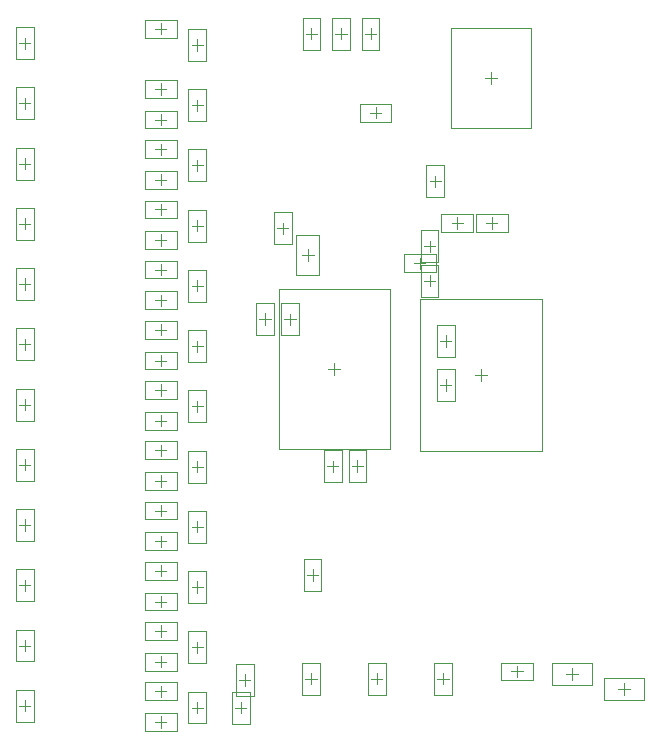
<source format=gbr>
%TF.GenerationSoftware,Altium Limited,Altium Designer,19.1.8 (144)*%
G04 Layer_Color=32768*
%FSLAX26Y26*%
%MOIN*%
%TF.FileFunction,Other,Mechanical_15*%
%TF.Part,Single*%
G01*
G75*
%TA.AperFunction,NonConductor*%
%ADD23C,0.003937*%
%ADD66C,0.001968*%
D23*
X1313977Y1767716D02*
X1351379D01*
X1332677Y1749016D02*
Y1786418D01*
X2470472Y211614D02*
Y250984D01*
X2450787Y231299D02*
X2490157D01*
X2295506Y262850D02*
Y302220D01*
X2275821Y282535D02*
X2315191D01*
X2094709Y290409D02*
X2132111D01*
X2113410Y271709D02*
Y309110D01*
X1866351Y247101D02*
Y284503D01*
X1847650Y265802D02*
X1885052D01*
X1645868Y247101D02*
Y284503D01*
X1627167Y265802D02*
X1664568D01*
X1426369Y247101D02*
Y284503D01*
X1407668Y265802D02*
X1445070D01*
X1205886Y243164D02*
Y280566D01*
X1187185Y261865D02*
X1224586D01*
X1395669Y1678150D02*
X1435039D01*
X1415354Y1658465D02*
Y1697835D01*
X1623032Y2152560D02*
X1660434D01*
X1641732Y2133858D02*
Y2171260D01*
X2026574Y2249016D02*
Y2288386D01*
X2006890Y2268700D02*
X2046260D01*
X1428150Y2397638D02*
Y2435040D01*
X1409448Y2416338D02*
X1446850D01*
X1526574Y2397638D02*
Y2435040D01*
X1507874Y2416338D02*
X1545276D01*
X1625000Y2397638D02*
Y2435040D01*
X1606300Y2416338D02*
X1643700D01*
X1273622Y1446850D02*
Y1484252D01*
X1254922Y1465552D02*
X1292322D01*
X1356300Y1445866D02*
Y1483268D01*
X1337598Y1464566D02*
X1375000D01*
X1498800Y955374D02*
Y992776D01*
X1480098Y974074D02*
X1517500D01*
X1581476Y956692D02*
Y994094D01*
X1562776Y975394D02*
X1600178D01*
X1875984Y1226378D02*
Y1263780D01*
X1857284Y1245078D02*
X1894686D01*
X1875984Y1373032D02*
Y1410434D01*
X1857284Y1391732D02*
X1894686D01*
X1840552Y1905512D02*
Y1942914D01*
X1821850Y1924212D02*
X1859252D01*
X1770670Y1651574D02*
X1808070D01*
X1789370Y1632874D02*
Y1670276D01*
X2009842Y1785434D02*
X2047244D01*
X2028544Y1766732D02*
Y1804134D01*
X1895670Y1785434D02*
X1933070D01*
X1914370Y1766732D02*
Y1804134D01*
X1821850Y1688976D02*
Y1726378D01*
X1803150Y1707678D02*
X1840552D01*
X1821850Y1573820D02*
Y1611220D01*
X1803150Y1592520D02*
X1840552D01*
X1993110Y1259842D02*
Y1299212D01*
X1973426Y1279528D02*
X2012796D01*
X1484252Y1299212D02*
X1523622D01*
X1503938Y1279528D02*
Y1318898D01*
X1432086Y593504D02*
Y630906D01*
X1413386Y612204D02*
X1450788D01*
X1174212Y169292D02*
X1211614D01*
X1192914Y150590D02*
Y187992D01*
X472894Y157480D02*
Y194882D01*
X454194Y176182D02*
X491594D01*
X472894Y358268D02*
Y395670D01*
X454194Y376968D02*
X491594D01*
X472894Y559056D02*
Y596456D01*
X454194Y577756D02*
X491594D01*
X472894Y759842D02*
Y797244D01*
X454194Y778544D02*
X491594D01*
X472894Y960630D02*
Y998032D01*
X454194Y979330D02*
X491594D01*
X472894Y1161418D02*
Y1198818D01*
X454194Y1180118D02*
X491594D01*
X472894Y1362204D02*
Y1399606D01*
X454194Y1380906D02*
X491594D01*
X472894Y1562992D02*
Y1600394D01*
X454194Y1581692D02*
X491594D01*
X472894Y1763780D02*
Y1801182D01*
X454194Y1782480D02*
X491594D01*
X472894Y1964568D02*
Y2001968D01*
X454194Y1983268D02*
X491594D01*
X472894Y2165354D02*
Y2202756D01*
X454194Y2184056D02*
X491594D01*
X1047696Y151574D02*
Y188976D01*
X1028996Y170276D02*
X1066398D01*
X1047696Y352362D02*
Y389764D01*
X1028996Y371064D02*
X1066398D01*
X1047696Y553150D02*
Y590552D01*
X1028996Y571850D02*
X1066398D01*
X1047696Y753938D02*
Y791338D01*
X1028996Y772638D02*
X1066398D01*
X1047696Y954724D02*
Y992126D01*
X1028996Y973426D02*
X1066398D01*
X1047696Y1155512D02*
Y1192914D01*
X1028996Y1174212D02*
X1066398D01*
X1047696Y1356300D02*
Y1393700D01*
X1028996Y1375000D02*
X1066398D01*
X1047696Y1557086D02*
Y1594488D01*
X1028996Y1575788D02*
X1066398D01*
X1047696Y1757874D02*
Y1795276D01*
X1028996Y1776574D02*
X1066398D01*
X1047696Y1958662D02*
Y1996064D01*
X1028996Y1977362D02*
X1066398D01*
X1047696Y2159448D02*
Y2196850D01*
X1028996Y2178150D02*
X1066398D01*
X1047696Y2360236D02*
Y2397638D01*
X1028996Y2378938D02*
X1066398D01*
X906496Y2433070D02*
X943898D01*
X925196Y2414370D02*
Y2451772D01*
X906496Y2232284D02*
X943898D01*
X925196Y2213582D02*
Y2250984D01*
X906496Y2129922D02*
X943898D01*
X925196Y2111220D02*
Y2148622D01*
X906496Y2031496D02*
X943898D01*
X925196Y2012796D02*
Y2050196D01*
X906496Y1929134D02*
X943898D01*
X925196Y1910434D02*
Y1947834D01*
X906496Y1830708D02*
X943898D01*
X925196Y1812008D02*
Y1849410D01*
X906496Y1728346D02*
X943898D01*
X925196Y1709646D02*
Y1747048D01*
X906496Y1629922D02*
X943898D01*
X925196Y1611220D02*
Y1648622D01*
X906496Y1527560D02*
X943898D01*
X925196Y1508858D02*
Y1546260D01*
X906496Y1429134D02*
X943898D01*
X925196Y1410434D02*
Y1447834D01*
X906496Y1326772D02*
X943898D01*
X925196Y1308070D02*
Y1345472D01*
X906496Y1125984D02*
X943898D01*
X925196Y1107284D02*
Y1144686D01*
X906496Y1228346D02*
X943898D01*
X925196Y1209646D02*
Y1247048D01*
X906496Y1027560D02*
X943898D01*
X925196Y1008858D02*
Y1046260D01*
X906496Y925196D02*
X943898D01*
X925196Y906496D02*
Y943898D01*
X906496Y826772D02*
X943898D01*
X925196Y808070D02*
Y845472D01*
X906496Y724410D02*
X943898D01*
X925196Y705708D02*
Y743110D01*
X906496Y625984D02*
X943898D01*
X925196Y607284D02*
Y644686D01*
X906496Y523622D02*
X943898D01*
X925196Y504922D02*
Y542322D01*
X906496Y425196D02*
X943898D01*
X925196Y406496D02*
Y443898D01*
X906496Y322834D02*
X943898D01*
X925196Y304134D02*
Y341536D01*
X906496Y224410D02*
X943898D01*
X925196Y205708D02*
Y243110D01*
X906496Y122048D02*
X943898D01*
X925196Y103346D02*
Y140748D01*
X472894Y2366142D02*
Y2403544D01*
X454194Y2384842D02*
X491594D01*
D66*
X1303149Y1714566D02*
Y1820866D01*
X1362205Y1714566D02*
Y1820866D01*
X1303149Y1714566D02*
X1362205D01*
X1303149Y1820866D02*
X1362205D01*
X2403543Y193898D02*
X2537402D01*
X2403543Y268701D02*
X2537402D01*
Y193898D02*
Y268701D01*
X2403543Y193898D02*
Y268701D01*
X2228577Y245133D02*
X2362435D01*
X2228577Y319937D02*
X2362435D01*
Y245133D02*
Y319937D01*
X2228577Y245133D02*
Y319937D01*
X2060260Y260882D02*
Y319937D01*
X2166560Y260882D02*
Y319937D01*
X2060260D02*
X2166560D01*
X2060260Y260882D02*
X2166560D01*
X1836823Y212652D02*
X1895878D01*
X1836823Y318952D02*
X1895878D01*
X1836823Y212652D02*
Y318952D01*
X1895878Y212652D02*
Y318952D01*
X1616340Y212652D02*
X1675395D01*
X1616340Y318952D02*
X1675395D01*
X1616340Y212652D02*
Y318952D01*
X1675395Y212652D02*
Y318952D01*
X1396841Y212652D02*
X1455896D01*
X1396841Y318952D02*
X1455896D01*
X1396841Y212652D02*
Y318952D01*
X1455896Y212652D02*
Y318952D01*
X1176358Y208715D02*
X1235413D01*
X1176358Y315014D02*
X1235413D01*
X1176358Y208715D02*
Y315014D01*
X1235413Y208715D02*
Y315014D01*
X1452756Y1611220D02*
Y1745079D01*
X1377953Y1611220D02*
Y1745079D01*
X1452756D01*
X1377953Y1611220D02*
X1452756D01*
X1694882Y2123032D02*
Y2182086D01*
X1588582Y2123032D02*
Y2182086D01*
X1694882D01*
X1588582Y2123032D02*
X1694882D01*
X1894686Y2436024D02*
X2158464D01*
Y2101378D02*
Y2436024D01*
X1894686Y2101378D02*
Y2436024D01*
Y2101378D02*
X2158464D01*
X1398622Y2363188D02*
X1457678D01*
X1398622Y2469488D02*
X1457678D01*
Y2363188D02*
Y2469488D01*
X1398622Y2363188D02*
Y2469488D01*
X1497048Y2363188D02*
X1556102D01*
X1497048Y2469488D02*
X1556102D01*
Y2363188D02*
Y2469488D01*
X1497048Y2363188D02*
Y2469488D01*
X1595472Y2363188D02*
X1654528D01*
X1595472Y2469488D02*
X1654528D01*
Y2363188D02*
Y2469488D01*
X1595472Y2363188D02*
Y2469488D01*
X1244094Y1518700D02*
X1303150D01*
X1244094Y1412402D02*
X1303150D01*
X1244094D02*
Y1518700D01*
X1303150Y1412402D02*
Y1518700D01*
X1326772Y1411418D02*
X1385826D01*
X1326772Y1517716D02*
X1385826D01*
Y1411418D02*
Y1517716D01*
X1326772Y1411418D02*
Y1517716D01*
X1469272Y920926D02*
X1528326D01*
X1469272Y1027224D02*
X1528326D01*
Y920926D02*
Y1027224D01*
X1469272Y920926D02*
Y1027224D01*
X1551948Y922244D02*
X1611004D01*
X1551948Y1028544D02*
X1611004D01*
Y922244D02*
Y1028544D01*
X1551948Y922244D02*
Y1028544D01*
X1846456Y1191930D02*
X1905512D01*
X1846456Y1298228D02*
X1905512D01*
Y1191930D02*
Y1298228D01*
X1846456Y1191930D02*
Y1298228D01*
Y1444882D02*
X1905512D01*
X1846456Y1338582D02*
X1905512D01*
X1846456D02*
Y1444882D01*
X1905512Y1338582D02*
Y1444882D01*
X1811024Y1977362D02*
X1870078D01*
X1811024Y1871064D02*
X1870078D01*
X1811024D02*
Y1977362D01*
X1870078Y1871064D02*
Y1977362D01*
X1736220Y1622048D02*
Y1681102D01*
X1842520Y1622048D02*
Y1681102D01*
X1736220Y1622048D02*
X1842520D01*
X1736220Y1681102D02*
X1842520D01*
X2081692Y1755906D02*
Y1814960D01*
X1975394Y1755906D02*
Y1814960D01*
Y1755906D02*
X2081692D01*
X1975394Y1814960D02*
X2081692D01*
X1967520Y1755906D02*
Y1814960D01*
X1861220Y1755906D02*
Y1814960D01*
Y1755906D02*
X1967520D01*
X1861220Y1814960D02*
X1967520D01*
X1792322Y1760826D02*
X1851378D01*
X1792322Y1654528D02*
X1851378D01*
Y1760826D01*
X1792322Y1654528D02*
Y1760826D01*
Y1645670D02*
X1851378D01*
X1792322Y1539370D02*
X1851378D01*
Y1645670D01*
X1792322Y1539370D02*
Y1645670D01*
X1788386Y1025590D02*
X2197834D01*
X1788386D02*
Y1533464D01*
X2197834D01*
Y1025590D02*
Y1533464D01*
X1318898Y1031496D02*
Y1566930D01*
X1688976Y1031496D02*
Y1566930D01*
X1318898D02*
X1688976D01*
X1318898Y1031496D02*
X1688976D01*
X1402560Y559056D02*
X1461614D01*
X1402560Y665354D02*
X1461614D01*
X1402560Y559056D02*
Y665354D01*
X1461614Y559056D02*
Y665354D01*
X1222442Y116142D02*
Y222440D01*
X1163386Y116142D02*
Y222440D01*
X1222442D01*
X1163386Y116142D02*
X1222442D01*
X443366Y229330D02*
X502422D01*
X443366Y123032D02*
X502422D01*
Y229330D01*
X443366Y123032D02*
Y229330D01*
Y430118D02*
X502422D01*
X443366Y323818D02*
X502422D01*
Y430118D01*
X443366Y323818D02*
Y430118D01*
Y630906D02*
X502422D01*
X443366Y524606D02*
X502422D01*
Y630906D01*
X443366Y524606D02*
Y630906D01*
Y831694D02*
X502422D01*
X443366Y725394D02*
X502422D01*
Y831694D01*
X443366Y725394D02*
Y831694D01*
Y1032480D02*
X502422D01*
X443366Y926182D02*
X502422D01*
Y1032480D01*
X443366Y926182D02*
Y1032480D01*
Y1233268D02*
X502422D01*
X443366Y1126968D02*
X502422D01*
Y1233268D01*
X443366Y1126968D02*
Y1233268D01*
Y1434056D02*
X502422D01*
X443366Y1327756D02*
X502422D01*
Y1434056D01*
X443366Y1327756D02*
Y1434056D01*
Y1634842D02*
X502422D01*
X443366Y1528544D02*
X502422D01*
Y1634842D01*
X443366Y1528544D02*
Y1634842D01*
Y1835630D02*
X502422D01*
X443366Y1729330D02*
X502422D01*
Y1835630D01*
X443366Y1729330D02*
Y1835630D01*
Y2036418D02*
X502422D01*
X443366Y1930118D02*
X502422D01*
Y2036418D01*
X443366Y1930118D02*
Y2036418D01*
Y2237204D02*
X502422D01*
X443366Y2130906D02*
X502422D01*
Y2237204D01*
X443366Y2130906D02*
Y2237204D01*
X1018170Y117126D02*
X1077224D01*
X1018170Y223426D02*
X1077224D01*
X1018170Y117126D02*
Y223426D01*
X1077224Y117126D02*
Y223426D01*
X1018170Y317914D02*
X1077224D01*
X1018170Y424212D02*
X1077224D01*
X1018170Y317914D02*
Y424212D01*
X1077224Y317914D02*
Y424212D01*
X1018170Y518700D02*
X1077224D01*
X1018170Y625000D02*
X1077224D01*
X1018170Y518700D02*
Y625000D01*
X1077224Y518700D02*
Y625000D01*
X1018170Y719488D02*
X1077224D01*
X1018170Y825788D02*
X1077224D01*
X1018170Y719488D02*
Y825788D01*
X1077224Y719488D02*
Y825788D01*
X1018170Y920276D02*
X1077224D01*
X1018170Y1026574D02*
X1077224D01*
X1018170Y920276D02*
Y1026574D01*
X1077224Y920276D02*
Y1026574D01*
X1018170Y1121064D02*
X1077224D01*
X1018170Y1227362D02*
X1077224D01*
X1018170Y1121064D02*
Y1227362D01*
X1077224Y1121064D02*
Y1227362D01*
X1018170Y1321850D02*
X1077224D01*
X1018170Y1428150D02*
X1077224D01*
X1018170Y1321850D02*
Y1428150D01*
X1077224Y1321850D02*
Y1428150D01*
X1018170Y1522638D02*
X1077224D01*
X1018170Y1628938D02*
X1077224D01*
X1018170Y1522638D02*
Y1628938D01*
X1077224Y1522638D02*
Y1628938D01*
X1018170Y1723426D02*
X1077224D01*
X1018170Y1829724D02*
X1077224D01*
X1018170Y1723426D02*
Y1829724D01*
X1077224Y1723426D02*
Y1829724D01*
X1018170Y1924212D02*
X1077224D01*
X1018170Y2030512D02*
X1077224D01*
X1018170Y1924212D02*
Y2030512D01*
X1077224Y1924212D02*
Y2030512D01*
X1018170Y2125000D02*
X1077224D01*
X1018170Y2231300D02*
X1077224D01*
X1018170Y2125000D02*
Y2231300D01*
X1077224Y2125000D02*
Y2231300D01*
X1018170Y2325788D02*
X1077224D01*
X1018170Y2432086D02*
X1077224D01*
X1018170Y2325788D02*
Y2432086D01*
X1077224Y2325788D02*
Y2432086D01*
X872048Y2403544D02*
Y2462598D01*
X978346Y2403544D02*
Y2462598D01*
X872048D02*
X978346D01*
X872048Y2403544D02*
X978346D01*
X872048Y2202756D02*
Y2261812D01*
X978346Y2202756D02*
Y2261812D01*
X872048D02*
X978346D01*
X872048Y2202756D02*
X978346D01*
X872048Y2100394D02*
Y2159448D01*
X978346Y2100394D02*
Y2159448D01*
X872048D02*
X978346D01*
X872048Y2100394D02*
X978346D01*
X872048Y2001968D02*
Y2061024D01*
X978346Y2001968D02*
Y2061024D01*
X872048D02*
X978346D01*
X872048Y2001968D02*
X978346D01*
X872048Y1899606D02*
Y1958662D01*
X978346Y1899606D02*
Y1958662D01*
X872048D02*
X978346D01*
X872048Y1899606D02*
X978346D01*
X872048Y1801182D02*
Y1860236D01*
X978346Y1801182D02*
Y1860236D01*
X872048D02*
X978346D01*
X872048Y1801182D02*
X978346D01*
X872048Y1698820D02*
Y1757874D01*
X978346Y1698820D02*
Y1757874D01*
X872048D02*
X978346D01*
X872048Y1698820D02*
X978346D01*
X872048Y1600394D02*
Y1659448D01*
X978346Y1600394D02*
Y1659448D01*
X872048D02*
X978346D01*
X872048Y1600394D02*
X978346D01*
X872048Y1498032D02*
Y1557086D01*
X978346Y1498032D02*
Y1557086D01*
X872048D02*
X978346D01*
X872048Y1498032D02*
X978346D01*
X872048Y1399606D02*
Y1458662D01*
X978346Y1399606D02*
Y1458662D01*
X872048D02*
X978346D01*
X872048Y1399606D02*
X978346D01*
X872048Y1297244D02*
Y1356300D01*
X978346Y1297244D02*
Y1356300D01*
X872048D02*
X978346D01*
X872048Y1297244D02*
X978346D01*
X872048Y1096456D02*
Y1155512D01*
X978346Y1096456D02*
Y1155512D01*
X872048D02*
X978346D01*
X872048Y1096456D02*
X978346D01*
X872048Y1198820D02*
Y1257874D01*
X978346Y1198820D02*
Y1257874D01*
X872048D02*
X978346D01*
X872048Y1198820D02*
X978346D01*
X872048Y998032D02*
Y1057086D01*
X978346Y998032D02*
Y1057086D01*
X872048D02*
X978346D01*
X872048Y998032D02*
X978346D01*
X872048Y895670D02*
Y954724D01*
X978346Y895670D02*
Y954724D01*
X872048D02*
X978346D01*
X872048Y895670D02*
X978346D01*
X872048Y797244D02*
Y856300D01*
X978346Y797244D02*
Y856300D01*
X872048D02*
X978346D01*
X872048Y797244D02*
X978346D01*
X872048Y694882D02*
Y753938D01*
X978346Y694882D02*
Y753938D01*
X872048D02*
X978346D01*
X872048Y694882D02*
X978346D01*
X872048Y596456D02*
Y655512D01*
X978346Y596456D02*
Y655512D01*
X872048D02*
X978346D01*
X872048Y596456D02*
X978346D01*
X872048Y494094D02*
Y553150D01*
X978346Y494094D02*
Y553150D01*
X872048D02*
X978346D01*
X872048Y494094D02*
X978346D01*
X872048Y395670D02*
Y454724D01*
X978346Y395670D02*
Y454724D01*
X872048D02*
X978346D01*
X872048Y395670D02*
X978346D01*
X872048Y293308D02*
Y352362D01*
X978346Y293308D02*
Y352362D01*
X872048D02*
X978346D01*
X872048Y293308D02*
X978346D01*
X872048Y194882D02*
Y253938D01*
X978346Y194882D02*
Y253938D01*
X872048D02*
X978346D01*
X872048Y194882D02*
X978346D01*
X872048Y92520D02*
Y151574D01*
X978346Y92520D02*
Y151574D01*
X872048D02*
X978346D01*
X872048Y92520D02*
X978346D01*
X443366Y2437992D02*
X502422D01*
X443366Y2331692D02*
X502422D01*
Y2437992D01*
X443366Y2331692D02*
Y2437992D01*
%TF.MD5,ba16e2402f6778fe9ca42304a8ba37d9*%
M02*

</source>
